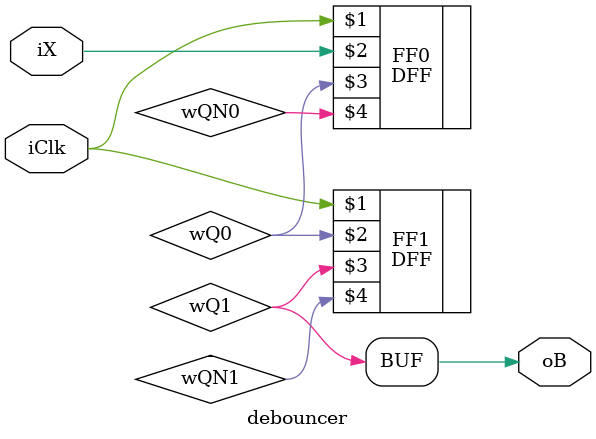
<source format=v>
module debouncer(iClk, iX, oB);
    // debounce a button signal
    // iClk period should be sufficient to avoid any transients (~10ms)
    input iClk, iX;
    output oB;

    wire wQ0, wQN0, wQ1, wQN1;

    DFF FF0(iClk, iX, wQ0, wQN0);
    DFF FF1(iClk, wQ0, wQ1, wQN1);

    assign oB = wQ1;

endmodule   // debouncer 

</source>
